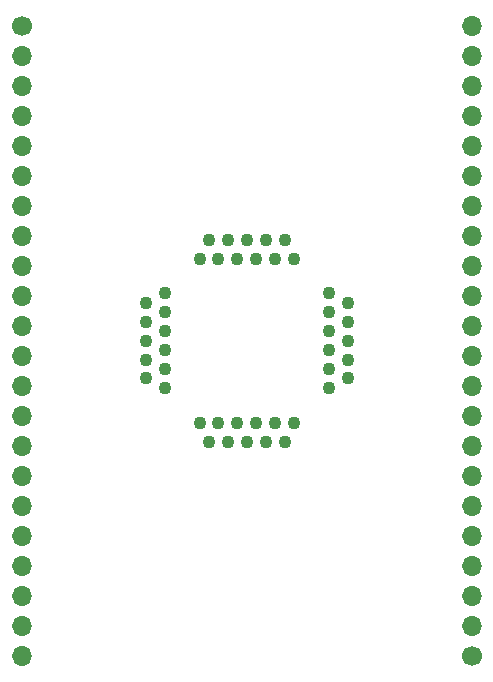
<source format=gbr>
%TF.GenerationSoftware,KiCad,Pcbnew,(5.1.9)-1*%
%TF.CreationDate,2021-03-20T14:40:21+09:00*%
%TF.ProjectId,converter_IC51-0444-467,636f6e76-6572-4746-9572-5f494335312d,1*%
%TF.SameCoordinates,Original*%
%TF.FileFunction,Soldermask,Bot*%
%TF.FilePolarity,Negative*%
%FSLAX46Y46*%
G04 Gerber Fmt 4.6, Leading zero omitted, Abs format (unit mm)*
G04 Created by KiCad (PCBNEW (5.1.9)-1) date 2021-03-20 14:40:21*
%MOMM*%
%LPD*%
G01*
G04 APERTURE LIST*
%ADD10C,1.100000*%
%ADD11O,1.700000X1.700000*%
%ADD12C,1.700000*%
G04 APERTURE END LIST*
D10*
%TO.C,J1*%
X156950000Y-96000000D03*
X158550000Y-96800000D03*
X156950000Y-97600000D03*
X158550000Y-98400000D03*
X156950000Y-99200000D03*
X158550000Y-100000000D03*
X156950000Y-100800000D03*
X158550000Y-101600000D03*
X156950000Y-102400000D03*
X158550000Y-103200000D03*
X156950000Y-104000000D03*
X154000000Y-106950000D03*
X153200000Y-108550000D03*
X152400000Y-106950000D03*
X151600000Y-108550000D03*
X150800000Y-106950000D03*
X150000000Y-108550000D03*
X149200000Y-106950000D03*
X148400000Y-108550000D03*
X147600000Y-106950000D03*
X146800000Y-108550000D03*
X146000000Y-106950000D03*
X143050000Y-104000000D03*
X141450000Y-103200000D03*
X143050000Y-102400000D03*
X141450000Y-101600000D03*
X143050000Y-100800000D03*
X141450000Y-100000000D03*
X143050000Y-99200000D03*
X141450000Y-98400000D03*
X143050000Y-97600000D03*
X141450000Y-96800000D03*
X143050000Y-96000000D03*
X146000000Y-93050000D03*
X146800000Y-91450000D03*
X147600000Y-93050000D03*
X148400000Y-91450000D03*
X149200000Y-93050000D03*
X150000000Y-91450000D03*
X150800000Y-93050000D03*
X151600000Y-91450000D03*
X152400000Y-93050000D03*
X153200000Y-91450000D03*
X154000000Y-93050000D03*
%TD*%
D11*
%TO.C,J3*%
X169050000Y-73330000D03*
X169050000Y-75870000D03*
X169050000Y-78410000D03*
X169050000Y-80950000D03*
X169050000Y-83490000D03*
X169050000Y-86030000D03*
X169050000Y-88570000D03*
X169050000Y-91110000D03*
X169050000Y-93650000D03*
X169050000Y-96190000D03*
X169050000Y-98730000D03*
X169050000Y-101270000D03*
X169050000Y-103810000D03*
X169050000Y-106350000D03*
X169050000Y-108890000D03*
X169050000Y-111430000D03*
X169050000Y-113970000D03*
X169050000Y-116510000D03*
X169050000Y-119050000D03*
X169050000Y-121590000D03*
X169050000Y-124130000D03*
D12*
X169050000Y-126670000D03*
%TD*%
D11*
%TO.C,J2*%
X130950000Y-126670000D03*
X130950000Y-124130000D03*
X130950000Y-121590000D03*
X130950000Y-119050000D03*
X130950000Y-116510000D03*
X130950000Y-113970000D03*
X130950000Y-111430000D03*
X130950000Y-108890000D03*
X130950000Y-106350000D03*
X130950000Y-103810000D03*
X130950000Y-101270000D03*
X130950000Y-98730000D03*
X130950000Y-96190000D03*
X130950000Y-93650000D03*
X130950000Y-91110000D03*
X130950000Y-88570000D03*
X130950000Y-86030000D03*
X130950000Y-83490000D03*
X130950000Y-80950000D03*
X130950000Y-78410000D03*
X130950000Y-75870000D03*
D12*
X130950000Y-73330000D03*
%TD*%
M02*

</source>
